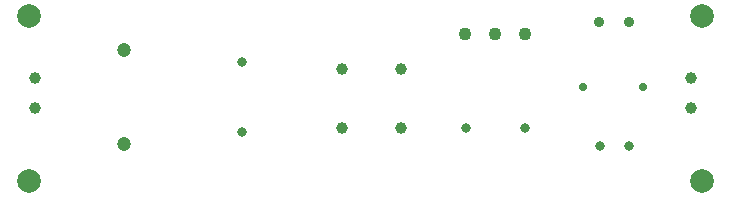
<source format=gbr>
%TF.GenerationSoftware,KiCad,Pcbnew,9.0.4*%
%TF.CreationDate,2025-10-03T00:18:20+05:30*%
%TF.ProjectId,Project 3,50726f6a-6563-4742-9033-2e6b69636164,rev?*%
%TF.SameCoordinates,Original*%
%TF.FileFunction,Plated,1,2,PTH,Drill*%
%TF.FilePolarity,Positive*%
%FSLAX46Y46*%
G04 Gerber Fmt 4.6, Leading zero omitted, Abs format (unit mm)*
G04 Created by KiCad (PCBNEW 9.0.4) date 2025-10-03 00:18:20*
%MOMM*%
%LPD*%
G01*
G04 APERTURE LIST*
%TA.AperFunction,ComponentDrill*%
%ADD10C,0.700000*%
%TD*%
%TA.AperFunction,ComponentDrill*%
%ADD11C,0.800000*%
%TD*%
%TA.AperFunction,ComponentDrill*%
%ADD12C,0.900000*%
%TD*%
%TA.AperFunction,ComponentDrill*%
%ADD13C,1.000000*%
%TD*%
%TA.AperFunction,ComponentDrill*%
%ADD14C,1.100000*%
%TD*%
%TA.AperFunction,ComponentDrill*%
%ADD15C,1.200000*%
%TD*%
%TA.AperFunction,ViaDrill*%
%ADD16C,2.000000*%
%TD*%
G04 APERTURE END LIST*
D10*
%TO.C,R1*%
X169920000Y-99500000D03*
X175000000Y-99500000D03*
D11*
%TO.C,T1*%
X141000000Y-97350000D03*
X141000000Y-103350000D03*
%TO.C,C1*%
X160000000Y-103000000D03*
X165000000Y-103000000D03*
%TO.C,C2*%
X171317621Y-104500000D03*
X173817621Y-104500000D03*
D12*
%TO.C,D2*%
X171230000Y-94000000D03*
X173770000Y-94000000D03*
D13*
%TO.C,J1*%
X123500000Y-98725000D03*
X123500000Y-101265000D03*
%TO.C,D1*%
X149500000Y-98000000D03*
X149500000Y-103000000D03*
X154500000Y-98000000D03*
X154500000Y-103000000D03*
%TO.C,J2*%
X179000000Y-98725000D03*
X179000000Y-101265000D03*
D14*
%TO.C,U1*%
X159920000Y-95000000D03*
X162460000Y-95000000D03*
X165000000Y-95000000D03*
D15*
%TO.C,T1*%
X131000000Y-96350000D03*
X131000000Y-104350000D03*
%TD*%
D16*
X123000000Y-93500000D03*
X123000000Y-107500000D03*
X180000000Y-93500000D03*
X180000000Y-107500000D03*
M02*

</source>
